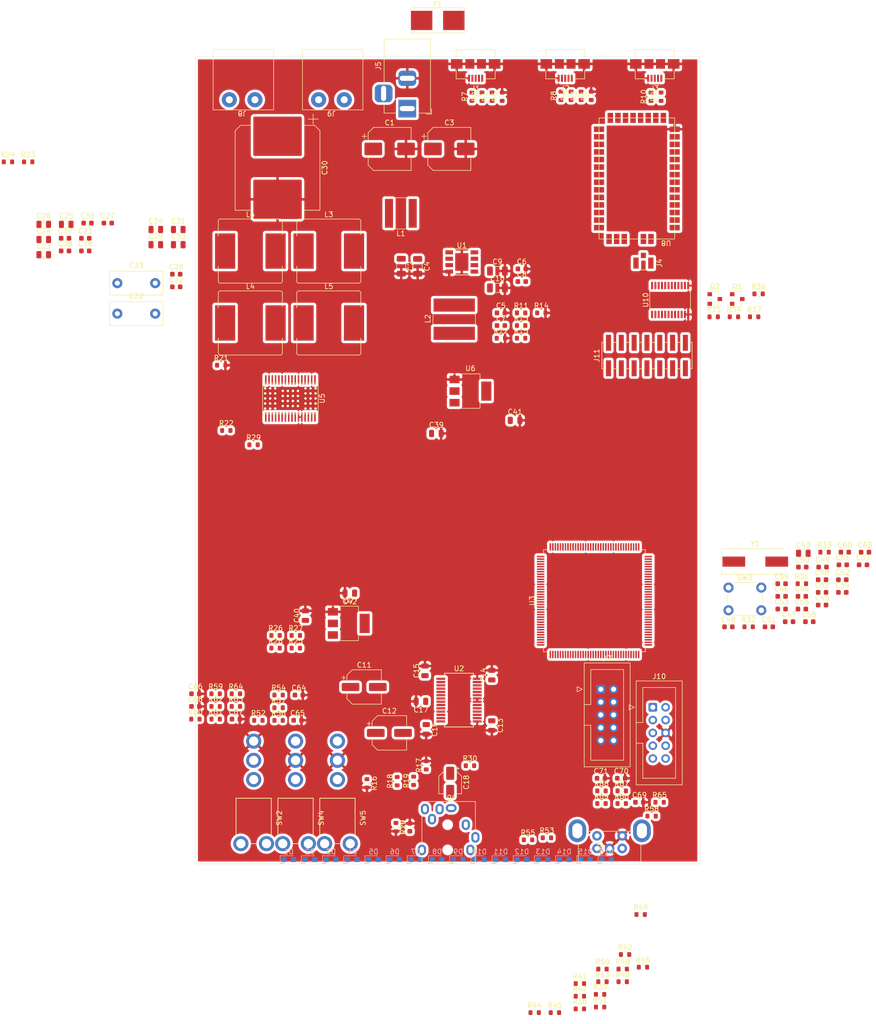
<source format=kicad_pcb>
(kicad_pcb (version 20201116) (generator pcbnew)

  (general
    (thickness 1.6)
  )

  (paper "A4")
  (layers
    (0 "F.Cu" signal)
    (31 "B.Cu" signal)
    (32 "B.Adhes" user "B.Adhesive")
    (33 "F.Adhes" user "F.Adhesive")
    (34 "B.Paste" user)
    (35 "F.Paste" user)
    (36 "B.SilkS" user "B.Silkscreen")
    (37 "F.SilkS" user "F.Silkscreen")
    (38 "B.Mask" user)
    (39 "F.Mask" user)
    (40 "Dwgs.User" user "User.Drawings")
    (41 "Cmts.User" user "User.Comments")
    (42 "Eco1.User" user "User.Eco1")
    (43 "Eco2.User" user "User.Eco2")
    (44 "Edge.Cuts" user)
    (45 "Margin" user)
    (46 "B.CrtYd" user "B.Courtyard")
    (47 "F.CrtYd" user "F.Courtyard")
    (48 "B.Fab" user)
    (49 "F.Fab" user)
  )

  (setup
    (pcbplotparams
      (layerselection 0x00010fc_ffffffff)
      (disableapertmacros false)
      (usegerberextensions false)
      (usegerberattributes true)
      (usegerberadvancedattributes true)
      (creategerberjobfile true)
      (svguseinch false)
      (svgprecision 6)
      (excludeedgelayer true)
      (plotframeref false)
      (viasonmask false)
      (mode 1)
      (useauxorigin false)
      (hpglpennumber 1)
      (hpglpenspeed 20)
      (hpglpendiameter 15.000000)
      (psnegative false)
      (psa4output false)
      (plotreference true)
      (plotvalue true)
      (plotinvisibletext false)
      (sketchpadsonfab false)
      (subtractmaskfromsilk false)
      (outputformat 1)
      (mirror false)
      (drillshape 1)
      (scaleselection 1)
      (outputdirectory "")
    )
  )


  (net 0 "")
  (net 1 "/~SPK_FAULT")
  (net 2 "/Processor/~RST")
  (net 3 "Net-(J10-Pad5)")
  (net 4 "/Processor/SWCLK")
  (net 5 "/~SPK_SD")
  (net 6 "/HP_DETECT")
  (net 7 "+5V")
  (net 8 "Net-(J10-Pad3)")
  (net 9 "/Processor/SWDIO")
  (net 10 "/Bluetooth/SCL")
  (net 11 "/MIC2")
  (net 12 "GND")
  (net 13 "Net-(R58-Pad2)")
  (net 14 "Net-(R59-Pad2)")
  (net 15 "/MIC1")
  (net 16 "Net-(D1-Pad1)")
  (net 17 "Net-(C31-Pad1)")
  (net 18 "Net-(C25-Pad2)")
  (net 19 "Net-(C24-Pad2)")
  (net 20 "Net-(C24-Pad1)")
  (net 21 "Net-(C25-Pad1)")
  (net 22 "Net-(C1-Pad1)")
  (net 23 "/19V_ANALOG")
  (net 24 "Net-(C5-Pad1)")
  (net 25 "Net-(C6-Pad1)")
  (net 26 "Net-(C7-Pad1)")
  (net 27 "Net-(C7-Pad2)")
  (net 28 "Net-(C8-Pad1)")
  (net 29 "+3.3VA")
  (net 30 "Net-(C11-Pad1)")
  (net 31 "Net-(C11-Pad2)")
  (net 32 "Net-(C12-Pad1)")
  (net 33 "Net-(C12-Pad2)")
  (net 34 "Net-(C13-Pad1)")
  (net 35 "/Speaker Amplifier/3.3V")
  (net 36 "Net-(C18-Pad1)")
  (net 37 "Net-(C18-Pad2)")
  (net 38 "Net-(C20-Pad1)")
  (net 39 "Net-(C23-Pad1)")
  (net 40 "Net-(C23-Pad2)")
  (net 41 "Net-(C26-Pad1)")
  (net 42 "Net-(C26-Pad2)")
  (net 43 "Net-(C29-Pad1)")
  (net 44 "Net-(C32-Pad1)")
  (net 45 "Net-(C33-Pad1)")
  (net 46 "Net-(C36-Pad1)")
  (net 47 "Net-(C36-Pad2)")
  (net 48 "Net-(C37-Pad1)")
  (net 49 "Net-(F1-Pad2)")
  (net 50 "Net-(J1-Pad1)")
  (net 51 "Net-(J1-Pad2)")
  (net 52 "Net-(J1-Pad3)")
  (net 53 "Net-(J1-Pad4)")
  (net 54 "Net-(J2-Pad1)")
  (net 55 "Net-(J2-Pad2)")
  (net 56 "Net-(J2-Pad3)")
  (net 57 "Net-(J2-Pad4)")
  (net 58 "Net-(J3-Pad1)")
  (net 59 "Net-(J3-Pad2)")
  (net 60 "Net-(J3-Pad3)")
  (net 61 "Net-(J3-Pad4)")
  (net 62 "Net-(J5-Pad3)")
  (net 63 "/Processor/USB1_DETECT")
  (net 64 "/Processor/USB1_DM")
  (net 65 "/Processor/USB2_DETECT")
  (net 66 "/Processor/USB2_DM")
  (net 67 "/Processor/USB1_DP")
  (net 68 "/Processor/USB2_DP")
  (net 69 "/Bluetooth/USB3_DM")
  (net 70 "/Bluetooth/USB3_DP")
  (net 71 "Net-(R11-Pad1)")
  (net 72 "Net-(R13-Pad1)")
  (net 73 "Net-(R18-Pad2)")
  (net 74 "Net-(R19-Pad2)")
  (net 75 "Net-(R22-Pad1)")
  (net 76 "Net-(SW2-Pad1)")
  (net 77 "Net-(D2-Pad1)")
  (net 78 "/BT2")
  (net 79 "Net-(U2-Pad2)")
  (net 80 "Net-(J4-Pad1)")
  (net 81 "Net-(J4-Pad2)")
  (net 82 "/AMP_I2C_SDA")
  (net 83 "Net-(R25-Pad2)")
  (net 84 "Net-(U2-Pad12)")
  (net 85 "Net-(U2-Pad13)")
  (net 86 "Net-(U2-Pad19)")
  (net 87 "Net-(U2-Pad20)")
  (net 88 "/SDO")
  (net 89 "Net-(R26-Pad2)")
  (net 90 "Net-(D3-Pad1)")
  (net 91 "Net-(U2-Pad26)")
  (net 92 "Net-(U3-Pad1)")
  (net 93 "Net-(U3-Pad2)")
  (net 94 "Net-(U3-Pad3)")
  (net 95 "Net-(U3-Pad4)")
  (net 96 "Net-(U3-Pad5)")
  (net 97 "+3V3")
  (net 98 "Net-(U3-Pad7)")
  (net 99 "Net-(U3-Pad8)")
  (net 100 "Net-(U3-Pad9)")
  (net 101 "/BT_I2C_SDA")
  (net 102 "/BT_I2C_SCL")
  (net 103 "Net-(U3-Pad12)")
  (net 104 "Net-(U3-Pad13)")
  (net 105 "Net-(U3-Pad14)")
  (net 106 "Net-(U3-Pad15)")
  (net 107 "Net-(U3-Pad18)")
  (net 108 "Net-(U3-Pad19)")
  (net 109 "Net-(U3-Pad20)")
  (net 110 "Net-(U3-Pad21)")
  (net 111 "Net-(U3-Pad22)")
  (net 112 "Net-(C49-Pad2)")
  (net 113 "Net-(C50-Pad2)")
  (net 114 "/Bluetooth/SCL_1V8")
  (net 115 "Net-(U3-Pad26)")
  (net 116 "Net-(U3-Pad27)")
  (net 117 "/AMP_I2S_SDI")
  (net 118 "/AMP_I2S_SDO")
  (net 119 "/Bluetooth/SDA")
  (net 120 "Net-(U3-Pad34)")
  (net 121 "Net-(U3-Pad35)")
  (net 122 "Net-(U3-Pad36)")
  (net 123 "Net-(U3-Pad37)")
  (net 124 "Net-(U3-Pad40)")
  (net 125 "Net-(U3-Pad41)")
  (net 126 "Net-(U3-Pad42)")
  (net 127 "Net-(U3-Pad43)")
  (net 128 "Net-(U3-Pad44)")
  (net 129 "Net-(U3-Pad45)")
  (net 130 "Net-(U3-Pad46)")
  (net 131 "Net-(U3-Pad47)")
  (net 132 "Net-(U3-Pad48)")
  (net 133 "Net-(U3-Pad49)")
  (net 134 "Net-(U3-Pad50)")
  (net 135 "Net-(R27-Pad2)")
  (net 136 "Net-(R28-Pad2)")
  (net 137 "Net-(U3-Pad56)")
  (net 138 "Net-(U3-Pad57)")
  (net 139 "Net-(U3-Pad58)")
  (net 140 "Net-(U3-Pad59)")
  (net 141 "Net-(U3-Pad60)")
  (net 142 "Net-(U3-Pad63)")
  (net 143 "Net-(U3-Pad64)")
  (net 144 "Net-(U3-Pad65)")
  (net 145 "Net-(U3-Pad66)")
  (net 146 "Net-(U3-Pad67)")
  (net 147 "Net-(U3-Pad68)")
  (net 148 "/AMP_I2S_CK")
  (net 149 "Net-(U3-Pad70)")
  (net 150 "Net-(C52-Pad1)")
  (net 151 "Net-(U3-Pad73)")
  (net 152 "Net-(U3-Pad77)")
  (net 153 "Net-(U3-Pad78)")
  (net 154 "Net-(U3-Pad79)")
  (net 155 "Net-(U3-Pad80)")
  (net 156 "Net-(U3-Pad81)")
  (net 157 "Net-(U3-Pad82)")
  (net 158 "Net-(U3-Pad85)")
  (net 159 "Net-(U3-Pad86)")
  (net 160 "Net-(U3-Pad87)")
  (net 161 "Net-(U3-Pad88)")
  (net 162 "Net-(U3-Pad89)")
  (net 163 "Net-(U3-Pad90)")
  (net 164 "Net-(U3-Pad91)")
  (net 165 "Net-(U3-Pad92)")
  (net 166 "Net-(U3-Pad93)")
  (net 167 "/AMP_I2S_MCK")
  (net 168 "/BT_I2S_MCK")
  (net 169 "Net-(U3-Pad98)")
  (net 170 "Net-(U3-Pad99)")
  (net 171 "Net-(U3-Pad100)")
  (net 172 "Net-(U3-Pad101)")
  (net 173 "/Bluetooth/SDA_1V8")
  (net 174 "Net-(C54-Pad1)")
  (net 175 "/BT_I2S_WS")
  (net 176 "Net-(U3-Pad111)")
  (net 177 "Net-(U3-Pad112)")
  (net 178 "Net-(U3-Pad113)")
  (net 179 "Net-(U3-Pad114)")
  (net 180 "Net-(U3-Pad115)")
  (net 181 "Net-(U3-Pad116)")
  (net 182 "Net-(U3-Pad117)")
  (net 183 "Net-(U3-Pad118)")
  (net 184 "Net-(U3-Pad119)")
  (net 185 "Net-(U3-Pad122)")
  (net 186 "Net-(U3-Pad123)")
  (net 187 "Net-(U3-Pad124)")
  (net 188 "Net-(U3-Pad125)")
  (net 189 "Net-(U3-Pad126)")
  (net 190 "Net-(U3-Pad127)")
  (net 191 "Net-(U3-Pad128)")
  (net 192 "Net-(U3-Pad129)")
  (net 193 "Net-(U3-Pad132)")
  (net 194 "/BT_I2S_CK")
  (net 195 "/BT_I2S_SDI")
  (net 196 "/BT_I2S_SDO")
  (net 197 "Net-(J11-Pad8)")
  (net 198 "Net-(U3-Pad139)")
  (net 199 "/AMP_I2S_WS")
  (net 200 "Net-(U3-Pad141)")
  (net 201 "Net-(U3-Pad142)")
  (net 202 "Net-(R52-Pad2)")
  (net 203 "Net-(D4-Pad1)")
  (net 204 "Net-(R54-Pad2)")
  (net 205 "Net-(R29-Pad2)")
  (net 206 "Net-(R30-Pad2)")
  (net 207 "Net-(U8-Pad39)")
  (net 208 "Net-(U8-Pad38)")
  (net 209 "Net-(U8-Pad37)")
  (net 210 "Net-(U8-Pad36)")
  (net 211 "Net-(U8-Pad35)")
  (net 212 "Net-(U8-Pad34)")
  (net 213 "Net-(U8-Pad33)")
  (net 214 "Net-(U8-Pad32)")
  (net 215 "Net-(U8-Pad31)")
  (net 216 "Net-(U8-Pad30)")
  (net 217 "Net-(U8-Pad29)")
  (net 218 "Net-(U8-Pad28)")
  (net 219 "Net-(U8-Pad27)")
  (net 220 "Net-(U8-Pad26)")
  (net 221 "Net-(U8-Pad25)")
  (net 222 "Net-(U8-Pad24)")
  (net 223 "Net-(U8-Pad23)")
  (net 224 "Net-(U8-Pad20)")
  (net 225 "Net-(U8-Pad17)")
  (net 226 "Net-(U8-Pad16)")
  (net 227 "Net-(U8-Pad12)")
  (net 228 "Net-(U8-Pad11)")
  (net 229 "/Bluetooth/SPI{slash}~PCM")
  (net 230 "Net-(J11-Pad6)")
  (net 231 "Net-(J11-Pad5)")
  (net 232 "Net-(J11-Pad4)")
  (net 233 "Net-(U8-Pad6)")
  (net 234 "Net-(U8-Pad5)")
  (net 235 "Net-(U8-Pad4)")
  (net 236 "Net-(U8-Pad3)")
  (net 237 "Net-(U8-Pad2)")
  (net 238 "Net-(U8-Pad1)")
  (net 239 "+1V8")
  (net 240 "/Bluetooth/CK")
  (net 241 "/Bluetooth/WS")
  (net 242 "/Bluetooth/SDI")
  (net 243 "Net-(U10-Pad24)")
  (net 244 "Net-(U10-Pad23)")
  (net 245 "Net-(U10-Pad22)")
  (net 246 "Net-(J11-Pad3)")
  (net 247 "Net-(J11-Pad2)")
  (net 248 "Net-(J11-Pad1)")
  (net 249 "/Bluetooth/SPI{slash}~PCM_1V8")
  (net 250 "Net-(U10-Pad17)")
  (net 251 "Net-(U10-Pad16)")
  (net 252 "Net-(U10-Pad15)")
  (net 253 "Net-(U10-Pad14)")
  (net 254 "/Bluetooth/SDI_1V8")
  (net 255 "Net-(U10-Pad10)")
  (net 256 "Net-(U10-Pad9)")
  (net 257 "Net-(U10-Pad8)")
  (net 258 "Net-(U10-Pad7)")
  (net 259 "Net-(J11-Pad10)")
  (net 260 "Net-(J11-Pad12)")
  (net 261 "Net-(J11-Pad14)")
  (net 262 "Net-(R32-Pad2)")
  (net 263 "Net-(U10-Pad2)")
  (net 264 "Net-(U10-Pad1)")
  (net 265 "Net-(J10-Pad10)")
  (net 266 "Net-(J10-Pad8)")
  (net 267 "Net-(J10-Pad9)")
  (net 268 "Net-(J10-Pad7)")
  (net 269 "/Bluetooth/CK_1V8")
  (net 270 "/Bluetooth/WS_1V8")
  (net 271 "Net-(R60-Pad2)")
  (net 272 "Net-(D5-Pad1)")
  (net 273 "Net-(R63-Pad2)")
  (net 274 "Net-(D6-Pad1)")
  (net 275 "Net-(D7-Pad1)")
  (net 276 "Net-(D8-Pad1)")
  (net 277 "Net-(D9-Pad1)")
  (net 278 "Net-(D10-Pad1)")
  (net 279 "Net-(D11-Pad1)")
  (net 280 "Net-(D12-Pad1)")
  (net 281 "Net-(D13-Pad1)")
  (net 282 "Net-(D14-Pad1)")
  (net 283 "Net-(D15-Pad1)")
  (net 284 "Net-(D16-Pad1)")
  (net 285 "/AMP_I2C_SCL")
  (net 286 "/VOL0")
  (net 287 "/VOL1")
  (net 288 "/VOL2")
  (net 289 "/VOL3")
  (net 290 "/VOL4")
  (net 291 "/VOL5")
  (net 292 "/VOL6")
  (net 293 "/VOL7")
  (net 294 "/VOL8")
  (net 295 "/VOL9")
  (net 296 "/VOL10")
  (net 297 "/VOL11")
  (net 298 "/VOL12")
  (net 299 "/VOL13")
  (net 300 "/VOL14")
  (net 301 "/BT1")
  (net 302 "/VOL15")
  (net 303 "/ENC_SW")
  (net 304 "Net-(R66-Pad2)")
  (net 305 "/PWR")
  (net 306 "Net-(R67-Pad2)")
  (net 307 "/ENC_A")
  (net 308 "/ENC_B")
  (net 309 "Net-(J6-PadT)")
  (net 310 "Net-(J6-PadSW2)")
  (net 311 "Net-(J6-PadSW1)")
  (net 312 "Net-(J6-PadS)")
  (net 313 "Net-(J6-PadR2)")
  (net 314 "Net-(J6-PadR1)")
  (net 315 "Net-(J6-PadG)")
  (net 316 "Net-(J7-Pad10)")
  (net 317 "/IR")
  (net 318 "/FRONT_SCLK")
  (net 319 "/FRONT_RCLK")
  (net 320 "/FRONT_MOSI")
  (net 321 "Net-(J7-Pad9)")
  (net 322 "Net-(J7-Pad7)")
  (net 323 "/FRONT_~RST")

  (footprint "Resistor_SMD:R_0603_1608Metric" (layer "F.Cu") (at 137.45 32.725 90))

  (footprint "Resistor_SMD:R_0603_1608Metric" (layer "F.Cu") (at 139.45 32.725 90))

  (footprint "Resistor_SMD:R_0603_1608Metric" (layer "F.Cu") (at 143.45 32.725 90))

  (footprint "Resistor_SMD:R_0603_1608Metric" (layer "F.Cu") (at 123.8 32.9 90))

  (footprint "Connector_USB:USB_Micro-B_Amphenol_10104110_Horizontal" (layer "F.Cu") (at 138.3 27.7 180))

  (footprint "Package_QFP:LQFP-144_20x20mm_P0.5mm" (layer "F.Cu") (at 144.1 132.8 90))

  (footprint "Connector_USB:USB_Micro-B_Amphenol_10104110_Horizontal" (layer "F.Cu") (at 156.05 27.7 180))

  (footprint "Resistor_SMD:R_0603_1608Metric" (layer "F.Cu") (at 125.8 32.9 90))

  (footprint "Resistor_SMD:R_0603_1608Metric" (layer "F.Cu") (at 119.8 32.9 90))

  (footprint "Resistor_SMD:R_0603_1608Metric" (layer "F.Cu") (at 157.3 32.9 90))

  (footprint "Resistor_SMD:R_0603_1608Metric" (layer "F.Cu") (at 121.8 32.9 90))

  (footprint "Resistor_SMD:R_0603_1608Metric" (layer "F.Cu") (at 141.45 32.725 90))

  (footprint "Package_SO:SSOP-28_5.3x10.2mm_P0.65mm" (layer "F.Cu") (at 117.25 152.5))

  (footprint "Package_SO:Diodes_SO-8EP" (layer "F.Cu") (at 117.8025 65.655))

  (footprint "Connector_USB:USB_Micro-B_Amphenol_10104110_Horizontal" (layer "F.Cu") (at 120.55 27.7 180))

  (footprint "Resistor_SMD:R_0603_1608Metric" (layer "F.Cu") (at 155.3 32.9 90))

  (footprint "Connector_BarrelJack:BarrelJack_Horizontal" (layer "F.Cu") (at 107 35.25 -90))

  (footprint "Capacitor_SMD:C_0805_2012Metric" (layer "F.Cu") (at 123.75 157.55 -90))

  (footprint "Capacitor_SMD:C_0805_2012Metric" (layer "F.Cu") (at 123.75 147.55 90))

  (footprint "Capacitor_SMD:C_0805_2012Metric" (layer "F.Cu") (at 110.5 146.7 90))

  (footprint "Resistor_SMD:R_0603_1608Metric" (layer "F.Cu") (at 99 169 -90))

  (footprint "Resistor_SMD:R_0603_1608Metric" (layer "F.Cu") (at 110.75 165.425 90))

  (footprint "Capacitor_SMD:C_0805_2012Metric" (layer "F.Cu") (at 110.75 158.3 -90))

  (footprint "Capacitor_SMD:C_0805_2012Metric" (layer "F.Cu") (at 109.7 152.75 180))

  (footprint "Capacitor_SMD:C_0603_1608Metric" (layer "F.Cu") (at 125.55 75.75))

  (footprint "Capacitor_SMD:C_0603_1608Metric" (layer "F.Cu") (at 125.55 78.26))

  (footprint "Resistor_SMD:R_0603_1608Metric" (layer "F.Cu") (at 129.56 75.75))

  (footprint "Resistor_SMD:R_0603_1608Metric" (layer "F.Cu") (at 125.55 80.77))

  (footprint "Resistor_SMD:R_0603_1608Metric" (layer "F.Cu") (at 129.56 78.26))

  (footprint "Resistor_SMD:R_0603_1608Metric" (layer "F.Cu") (at 133.57 75.75))

  (footprint "Resistor_SMD:R_0603_1608Metric" (layer "F.Cu") (at 129.56 80.77))

  (footprint "Resistor_SMD:R_0603_1608Metric" (layer "F.Cu") (at 108.25 168.5 90))

  (footprint "Resistor_SMD:R_0603_1608Metric" (layer "F.Cu") (at 104.75 177.675 -90))

  (footprint "Resistor_SMD:R_0603_1608Metric" (layer "F.Cu") (at 105 168.575 90))

  (footprint "Capacitor_SMD:CP_Elec_8x10" (layer "F.Cu") (at 103.5 43.25))

  (footprint "Capacitor_SMD:C_1206_3216Metric" (layer "F.Cu") (at 105.8 66.5 -90))

  (footprint "Capacitor_SMD:CP_Elec_8x10" (layer "F.Cu") (at 115.33 43.25))

  (footprint "Capacitor_SMD:C_1206_3216Metric" (layer "F.Cu") (at 109.05 66.525 -90))

  (footprint "Inductor_SMD:L_Bourns-SRN8040_8x8.15mm" (layer "F.Cu") (at 116.3 77 90))

  (footprint "Capacitor_SMD:C_0603_1608Metric" (layer "F.Cu") (at 107.5 177.725 90))

  (footprint "Inductor_SMD:L_Taiyo-Yuden_NR-60xx" (layer "F.Cu") (at 105.72 56.02 180))

  (footprint "Capacitor_SMD:CP_Elec_6.3x7.7" (layer "F.Cu") (at 98.45 149.9))

  (footprint "Capacitor_SMD:CP_Elec_6.3x7.7" (layer "F.Cu")
    (tedit 5BCA39D0) (tstamp 00000000-0000-0000-0000-00005fb07a2f)
    (at 103.45 159)
    (descr "SMD capacitor, aluminum electrolytic, Nichicon, 6.3x7.7mm")
    (tags "capacitor electrolytic")
    (property "Dateiname Blatt" "headphone-amp.kicad_sch")
    (property "Schaltplanname" "Headphone Amplifier")
    (path "/00000000-0000-0000-0000-00005fa5bd36/00000000-0000-0000-0000-00005fb761de")
    (attr smd)
    (fp_text reference "C12" (at 0 -4.35) (layer "F.SilkS")
      (effects (font (size 1 1) (thickness 0.15)))
      (tstamp a64ec2c1-a9af-4f7b-9a31-eb3f672f9902)
    )
    (fp_text value "220uF" (at 0 4.35) (layer "F.Fab")
      (effects (font (size 1 1) (thickness 0.15)))
      (tstamp 1ff3873f-285a-4a30-8ebc-7b3fe0bb7981)
    )
    (fp_text user "${REFERENCE}" (at 0 0) (layer "F.Fab")
      (effects (font (size 1 1) (thickness 0.15)))
      (tstamp 8ed30ed8-073e-464f-99ee-ca229a6b2865)
    )
    (fp_line (start -3.41 -2.345563) (end -2.345563 -3.41) (layer "F.SilkS") (width 0.12) (tstamp 0a04f58f-f25e-4841-a9e7-22e05aac0664))
    (fp_line (start -3.41 2.345563) (end -3.41 1.06) (layer "F.SilkS") (width 0.12) (tstamp 1b422f8d-be42-48a9-affe-79513a3cefbc))
    (fp_line (start -4.4375 -1.8475) (end -3.65 -1.8475) (layer "F.SilkS") (width 0.12) (tstamp 404e15e4-75a8-451f-b270-8ca63c21e5ea))
    (fp_line (start -3.41 2.345563) (end -2.345563 3.41) (layer "F.SilkS") (width 0.12) (tstamp 4a4a0e66-8d00-4129-a8b7-2a7c23a810d8))
    (fp_line (start -2.345563 3.41) (end 3.41 3.41) (layer "F.SilkS") (width 0.12) (tstamp 774834b8-af25-4cf6-9b6f-d36bb8d416fe))
    (fp_line (start -3.41 -2.345563) (end -3.41 -1.06) (layer "F.SilkS") (width 0.12) (tstamp b43ee947-ce47-4858-8a25-51145111d02a))
    (fp_line (start -4.04375 -2.24125) (end -4.04375 -1.45375) (layer "F.SilkS") (width 0.12) (tstamp baadaa39-51b0-4a8e-9821-30a306f5e2b3))
    (fp_line (start 3.41 3.41) (end 3.41 1.06) (layer "F.SilkS") (width 0.12) (tstamp c4f6964a-2a9f-4747-9df5-c7d6251efc0e))
    (fp_line (start -2.345563 -3.41) (end 3.41 -3.41) (layer "F.SilkS") (width 0.12) (tstamp ef31840f-676c-488c-bcdd-a2f27b177c05))
    (fp_line (start 3.41 -3.41) (end 3.41 -1.06) (layer "F.SilkS") (width 0.12) (tstamp f89c8ffd-66d6-4115-ad38-957fd1ff2750))
    (fp_lin
... [1406518 chars truncated]
</source>
